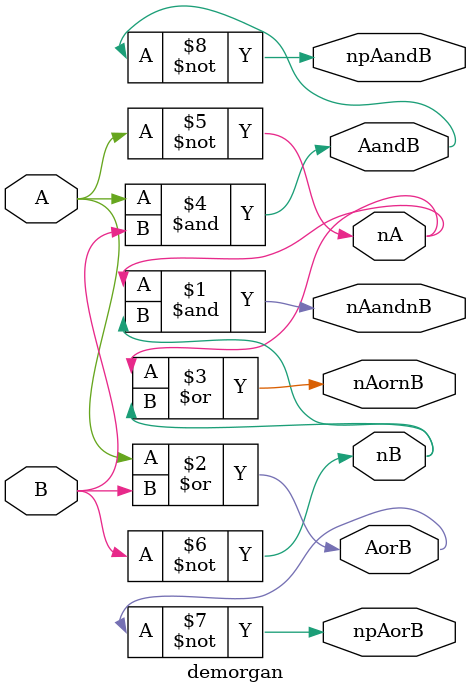
<source format=v>
module demorgan       // nA and nB
(
  input  A,           // Single bit inputs
  input  B,
  output nA,          // Output intermediate complemented inputs
  output nB,
  output nAandnB,     // Single bit output, (~A)*(~B)
  output AorB,
  output npAorB,      // ~(A+B)
  output nAornB,      // ~A+~B
  output AandB,       // AB
  output npAandB      // ~(AB)
);

  wire nA;
  wire nB;
  wire AorB;
  wire AandB;
  not Ainv(nA, A);  	// Top inverter is named Ainv, takes signal A as input and produces signal nA
  not Binv(nB, B);
  and andgate(nAandnB, nA, nB); 	// AND gate produces nAandnB from nA and nB
  or orgate(AorB, A, B);
  not AorBinv(npAorB, AorB);
  or orgate(nAornB, nA, nB);
  and andgate(AandB, A, B);
  not AandBinv(npAandB, AandB);

endmodule

</source>
